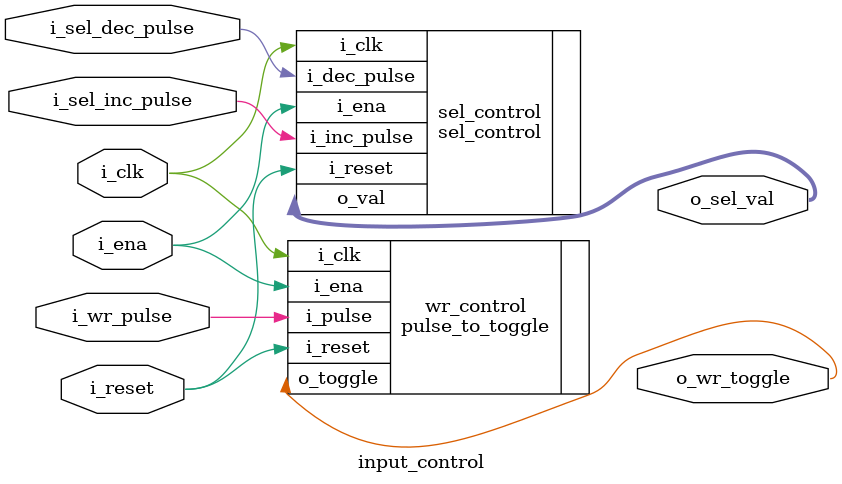
<source format=v>
`timescale 1ns / 1ps
module input_control(
	 input i_clk,
	 input i_ena,
	 input i_reset,
	 input i_wr_pulse,
	 input i_sel_inc_pulse,
	 input i_sel_dec_pulse,
	 output o_wr_toggle,
	 output [1:0] o_sel_val
    );

	 // Controls wr function
	 // Reset triggers wr to low,
	 // Otherwise, pulse flips the output (Like a push button)
	 pulse_to_toggle wr_control (.i_clk(i_clk),
										  .i_ena(i_ena),
										  .i_reset(i_reset),
										  .i_pulse(i_wr_pulse),
										  .o_toggle(o_wr_toggle));
		
	 // Controls sel function
	 // Reset brings sel to 0
	 // Otherwise, inc and dec pulse increases and decreases sel respectively
	 sel_control sel_control    (.i_clk(i_clk),
										  .i_ena(i_ena),
										  .i_reset(i_reset),
										  .i_inc_pulse(i_sel_inc_pulse),
										  .i_dec_pulse(i_sel_dec_pulse),
										  .o_val(o_sel_val));
	 
endmodule

</source>
